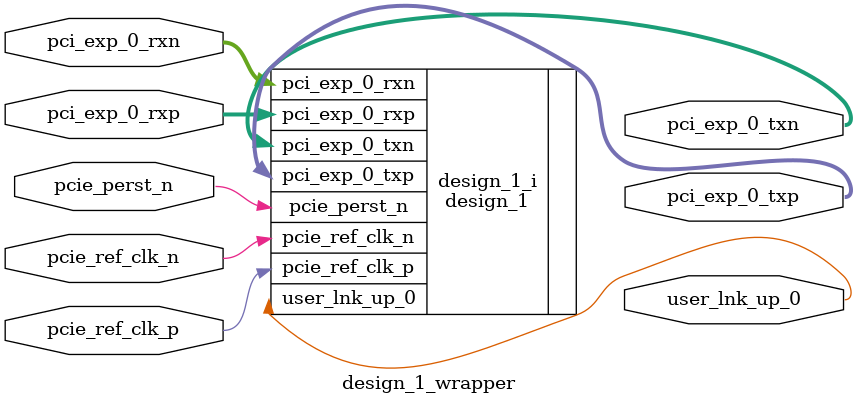
<source format=v>
`timescale 1 ps / 1 ps

module design_1_wrapper
   (pci_exp_0_rxn,
    pci_exp_0_rxp,
    pci_exp_0_txn,
    pci_exp_0_txp,
    pcie_perst_n,
    pcie_ref_clk_n,
    pcie_ref_clk_p,
    user_lnk_up_0);
  input [15:0]pci_exp_0_rxn;
  input [15:0]pci_exp_0_rxp;
  output [15:0]pci_exp_0_txn;
  output [15:0]pci_exp_0_txp;
  input pcie_perst_n;
  input pcie_ref_clk_n;
  input pcie_ref_clk_p;
  output user_lnk_up_0;

  wire [15:0]pci_exp_0_rxn;
  wire [15:0]pci_exp_0_rxp;
  wire [15:0]pci_exp_0_txn;
  wire [15:0]pci_exp_0_txp;
  wire pcie_perst_n;
  wire pcie_ref_clk_n;
  wire pcie_ref_clk_p;
  wire user_lnk_up_0;

  design_1 design_1_i
       (.pci_exp_0_rxn(pci_exp_0_rxn),
        .pci_exp_0_rxp(pci_exp_0_rxp),
        .pci_exp_0_txn(pci_exp_0_txn),
        .pci_exp_0_txp(pci_exp_0_txp),
        .pcie_perst_n(pcie_perst_n),
        .pcie_ref_clk_n(pcie_ref_clk_n),
        .pcie_ref_clk_p(pcie_ref_clk_p),
        .user_lnk_up_0(user_lnk_up_0));
endmodule

</source>
